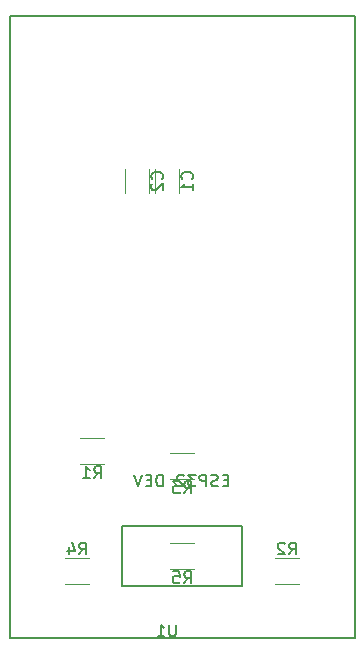
<source format=gbr>
G04 #@! TF.FileFunction,Legend,Bot*
%FSLAX46Y46*%
G04 Gerber Fmt 4.6, Leading zero omitted, Abs format (unit mm)*
G04 Created by KiCad (PCBNEW 4.0.4-stable) date 07/08/18 17:05:10*
%MOMM*%
%LPD*%
G01*
G04 APERTURE LIST*
%ADD10C,0.100000*%
%ADD11C,0.120000*%
%ADD12C,0.150000*%
G04 APERTURE END LIST*
D10*
D11*
X130560000Y-92980000D02*
X130560000Y-94980000D01*
X128520000Y-94980000D02*
X128520000Y-92980000D01*
X128020000Y-92980000D02*
X128020000Y-94980000D01*
X125980000Y-94980000D02*
X125980000Y-92980000D01*
X124190000Y-115770000D02*
X122190000Y-115770000D01*
X122190000Y-117910000D02*
X124190000Y-117910000D01*
X138700000Y-128070000D02*
X140700000Y-128070000D01*
X140700000Y-125930000D02*
X138700000Y-125930000D01*
X131810000Y-117040000D02*
X129810000Y-117040000D01*
X129810000Y-119180000D02*
X131810000Y-119180000D01*
X120920000Y-128070000D02*
X122920000Y-128070000D01*
X122920000Y-125930000D02*
X120920000Y-125930000D01*
X131810000Y-124660000D02*
X129810000Y-124660000D01*
X129810000Y-126800000D02*
X131810000Y-126800000D01*
D12*
X116205000Y-80645000D02*
X116205000Y-80010000D01*
X116205000Y-80010000D02*
X145415000Y-80010000D01*
X145415000Y-80010000D02*
X145415000Y-80645000D01*
X145415000Y-125095000D02*
X145415000Y-80645000D01*
X116205000Y-132715000D02*
X116205000Y-80645000D01*
X145415000Y-125095000D02*
X145415000Y-132715000D01*
X145415000Y-132715000D02*
X116205000Y-132715000D01*
X135890000Y-123190000D02*
X125730000Y-123190000D01*
X125730000Y-123190000D02*
X125730000Y-128270000D01*
X125730000Y-128270000D02*
X135890000Y-128270000D01*
X135890000Y-128270000D02*
X135890000Y-123190000D01*
X131647143Y-93813334D02*
X131694762Y-93765715D01*
X131742381Y-93622858D01*
X131742381Y-93527620D01*
X131694762Y-93384762D01*
X131599524Y-93289524D01*
X131504286Y-93241905D01*
X131313810Y-93194286D01*
X131170952Y-93194286D01*
X130980476Y-93241905D01*
X130885238Y-93289524D01*
X130790000Y-93384762D01*
X130742381Y-93527620D01*
X130742381Y-93622858D01*
X130790000Y-93765715D01*
X130837619Y-93813334D01*
X131742381Y-94765715D02*
X131742381Y-94194286D01*
X131742381Y-94480000D02*
X130742381Y-94480000D01*
X130885238Y-94384762D01*
X130980476Y-94289524D01*
X131028095Y-94194286D01*
X129107143Y-93813334D02*
X129154762Y-93765715D01*
X129202381Y-93622858D01*
X129202381Y-93527620D01*
X129154762Y-93384762D01*
X129059524Y-93289524D01*
X128964286Y-93241905D01*
X128773810Y-93194286D01*
X128630952Y-93194286D01*
X128440476Y-93241905D01*
X128345238Y-93289524D01*
X128250000Y-93384762D01*
X128202381Y-93527620D01*
X128202381Y-93622858D01*
X128250000Y-93765715D01*
X128297619Y-93813334D01*
X128297619Y-94194286D02*
X128250000Y-94241905D01*
X128202381Y-94337143D01*
X128202381Y-94575239D01*
X128250000Y-94670477D01*
X128297619Y-94718096D01*
X128392857Y-94765715D01*
X128488095Y-94765715D01*
X128630952Y-94718096D01*
X129202381Y-94146667D01*
X129202381Y-94765715D01*
X123356666Y-119142381D02*
X123690000Y-118666190D01*
X123928095Y-119142381D02*
X123928095Y-118142381D01*
X123547142Y-118142381D01*
X123451904Y-118190000D01*
X123404285Y-118237619D01*
X123356666Y-118332857D01*
X123356666Y-118475714D01*
X123404285Y-118570952D01*
X123451904Y-118618571D01*
X123547142Y-118666190D01*
X123928095Y-118666190D01*
X122404285Y-119142381D02*
X122975714Y-119142381D01*
X122690000Y-119142381D02*
X122690000Y-118142381D01*
X122785238Y-118285238D01*
X122880476Y-118380476D01*
X122975714Y-118428095D01*
X139866666Y-125602381D02*
X140200000Y-125126190D01*
X140438095Y-125602381D02*
X140438095Y-124602381D01*
X140057142Y-124602381D01*
X139961904Y-124650000D01*
X139914285Y-124697619D01*
X139866666Y-124792857D01*
X139866666Y-124935714D01*
X139914285Y-125030952D01*
X139961904Y-125078571D01*
X140057142Y-125126190D01*
X140438095Y-125126190D01*
X139485714Y-124697619D02*
X139438095Y-124650000D01*
X139342857Y-124602381D01*
X139104761Y-124602381D01*
X139009523Y-124650000D01*
X138961904Y-124697619D01*
X138914285Y-124792857D01*
X138914285Y-124888095D01*
X138961904Y-125030952D01*
X139533333Y-125602381D01*
X138914285Y-125602381D01*
X130976666Y-120412381D02*
X131310000Y-119936190D01*
X131548095Y-120412381D02*
X131548095Y-119412381D01*
X131167142Y-119412381D01*
X131071904Y-119460000D01*
X131024285Y-119507619D01*
X130976666Y-119602857D01*
X130976666Y-119745714D01*
X131024285Y-119840952D01*
X131071904Y-119888571D01*
X131167142Y-119936190D01*
X131548095Y-119936190D01*
X130643333Y-119412381D02*
X130024285Y-119412381D01*
X130357619Y-119793333D01*
X130214761Y-119793333D01*
X130119523Y-119840952D01*
X130071904Y-119888571D01*
X130024285Y-119983810D01*
X130024285Y-120221905D01*
X130071904Y-120317143D01*
X130119523Y-120364762D01*
X130214761Y-120412381D01*
X130500476Y-120412381D01*
X130595714Y-120364762D01*
X130643333Y-120317143D01*
X122086666Y-125602381D02*
X122420000Y-125126190D01*
X122658095Y-125602381D02*
X122658095Y-124602381D01*
X122277142Y-124602381D01*
X122181904Y-124650000D01*
X122134285Y-124697619D01*
X122086666Y-124792857D01*
X122086666Y-124935714D01*
X122134285Y-125030952D01*
X122181904Y-125078571D01*
X122277142Y-125126190D01*
X122658095Y-125126190D01*
X121229523Y-124935714D02*
X121229523Y-125602381D01*
X121467619Y-124554762D02*
X121705714Y-125269048D01*
X121086666Y-125269048D01*
X130976666Y-128032381D02*
X131310000Y-127556190D01*
X131548095Y-128032381D02*
X131548095Y-127032381D01*
X131167142Y-127032381D01*
X131071904Y-127080000D01*
X131024285Y-127127619D01*
X130976666Y-127222857D01*
X130976666Y-127365714D01*
X131024285Y-127460952D01*
X131071904Y-127508571D01*
X131167142Y-127556190D01*
X131548095Y-127556190D01*
X130071904Y-127032381D02*
X130548095Y-127032381D01*
X130595714Y-127508571D01*
X130548095Y-127460952D01*
X130452857Y-127413333D01*
X130214761Y-127413333D01*
X130119523Y-127460952D01*
X130071904Y-127508571D01*
X130024285Y-127603810D01*
X130024285Y-127841905D01*
X130071904Y-127937143D01*
X130119523Y-127984762D01*
X130214761Y-128032381D01*
X130452857Y-128032381D01*
X130548095Y-127984762D01*
X130595714Y-127937143D01*
X130301905Y-131532381D02*
X130301905Y-132341905D01*
X130254286Y-132437143D01*
X130206667Y-132484762D01*
X130111429Y-132532381D01*
X129920952Y-132532381D01*
X129825714Y-132484762D01*
X129778095Y-132437143D01*
X129730476Y-132341905D01*
X129730476Y-131532381D01*
X128730476Y-132532381D02*
X129301905Y-132532381D01*
X129016191Y-132532381D02*
X129016191Y-131532381D01*
X129111429Y-131675238D01*
X129206667Y-131770476D01*
X129301905Y-131818095D01*
X134714762Y-119308571D02*
X134381428Y-119308571D01*
X134238571Y-119832381D02*
X134714762Y-119832381D01*
X134714762Y-118832381D01*
X134238571Y-118832381D01*
X133857619Y-119784762D02*
X133714762Y-119832381D01*
X133476666Y-119832381D01*
X133381428Y-119784762D01*
X133333809Y-119737143D01*
X133286190Y-119641905D01*
X133286190Y-119546667D01*
X133333809Y-119451429D01*
X133381428Y-119403810D01*
X133476666Y-119356190D01*
X133667143Y-119308571D01*
X133762381Y-119260952D01*
X133810000Y-119213333D01*
X133857619Y-119118095D01*
X133857619Y-119022857D01*
X133810000Y-118927619D01*
X133762381Y-118880000D01*
X133667143Y-118832381D01*
X133429047Y-118832381D01*
X133286190Y-118880000D01*
X132857619Y-119832381D02*
X132857619Y-118832381D01*
X132476666Y-118832381D01*
X132381428Y-118880000D01*
X132333809Y-118927619D01*
X132286190Y-119022857D01*
X132286190Y-119165714D01*
X132333809Y-119260952D01*
X132381428Y-119308571D01*
X132476666Y-119356190D01*
X132857619Y-119356190D01*
X131952857Y-118832381D02*
X131333809Y-118832381D01*
X131667143Y-119213333D01*
X131524285Y-119213333D01*
X131429047Y-119260952D01*
X131381428Y-119308571D01*
X131333809Y-119403810D01*
X131333809Y-119641905D01*
X131381428Y-119737143D01*
X131429047Y-119784762D01*
X131524285Y-119832381D01*
X131810000Y-119832381D01*
X131905238Y-119784762D01*
X131952857Y-119737143D01*
X130952857Y-118927619D02*
X130905238Y-118880000D01*
X130810000Y-118832381D01*
X130571904Y-118832381D01*
X130476666Y-118880000D01*
X130429047Y-118927619D01*
X130381428Y-119022857D01*
X130381428Y-119118095D01*
X130429047Y-119260952D01*
X131000476Y-119832381D01*
X130381428Y-119832381D01*
X129190952Y-119832381D02*
X129190952Y-118832381D01*
X128952857Y-118832381D01*
X128809999Y-118880000D01*
X128714761Y-118975238D01*
X128667142Y-119070476D01*
X128619523Y-119260952D01*
X128619523Y-119403810D01*
X128667142Y-119594286D01*
X128714761Y-119689524D01*
X128809999Y-119784762D01*
X128952857Y-119832381D01*
X129190952Y-119832381D01*
X128190952Y-119308571D02*
X127857618Y-119308571D01*
X127714761Y-119832381D02*
X128190952Y-119832381D01*
X128190952Y-118832381D01*
X127714761Y-118832381D01*
X127429047Y-118832381D02*
X127095714Y-119832381D01*
X126762380Y-118832381D01*
M02*

</source>
